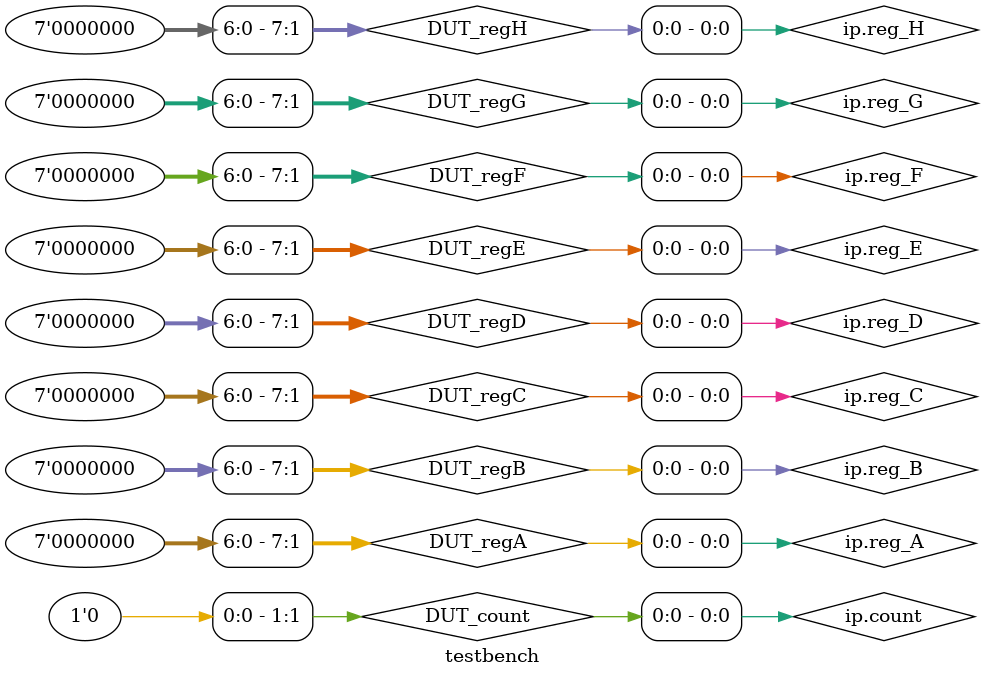
<source format=v>
module testbench();

wire  pclk, presetn, pwrite, psel, penable, pready, pslverr;
wire  [7:0] paddr, pwdata, prdata;
wire  [7:0] DUT_regA, DUT_regB, DUT_regC, DUT_regD, DUT_regE, DUT_regF, DUT_regG, DUT_regH;
wire  [1:0] DUT_count;
assign DUT_count= ip.count;
assign DUT_regA= ip.reg_A;
assign DUT_regB= ip.reg_B;
assign DUT_regC= ip.reg_C;
assign DUT_regD= ip.reg_D;
assign DUT_regE= ip.reg_E;
assign DUT_regF= ip.reg_F;
assign DUT_regG= ip.reg_G;
assign DUT_regH= ip.reg_H;
//encoder
/*
encoder enc_inst(
	.pclk(pclk),
	.preset_n(presetn),
	.pwrite(pwrite),
	.psel(psel),
	.penable(penable),
	.pready(pready),
	.paddr(paddr),
	.prdata(prdata),
	.pslverr(pslverr),
	.reg_A(reg_A),
	.reg_B(reg_B),
	.reg_C(reg_C),
	.reg_D(reg_D),
	.reg_E(reg_E),
	.reg_F(reg_F),
	.reg_G(reg_G),
	.reg_H(reg_H)

);
*/
//ip_core

ip_core ip(
	.pclk(pclk),
	.presetn(presetn),
	.psel(psel),
	.pwrite(pwrite),
	.penable(penable),
	.paddr(paddr),
	.pwdata(pwdata),
	.pready(pready),
	.pslverr(pslverr),
	.prdata(prdata)
);
//assign DUT_count=ip.count;
//assign DUT_regA= ip.reg_A;
//assign DUT_regB= ip.reg_B;
//assign DUT_regC= ip.reg_C;
//assign DUT_regD= ip.reg_D;
//assign DUT_regE= ip.reg_E;
//assign DUT_regF= ip.reg_F;
//assign DUT_regG= ip.reg_G;
//assign DUT_regH= ip.reg_H;


//decoder

//decoder dec_inst(
//	.pclk(pclk),
//	.preset_n(presetn),
//	.pwrite(pwrite),
//	.psel(psel),
//	.penable(penable),
//	.pready(pready),
//	.pslverr(pslverr),
//	.paddr(paddr),
//	.pwdata(pwdata),
//	.prdata(prdata)
//
//);

system_signal system(
	.pclk(pclk),
	.presetn(presetn)

);

cpu_model cpu(
	.cpu_clk(pclk),
	.cpu_rstn(presetn),
	.cpu_pready(pready),
	.cpu_pslverr(pslverr),
	.cpu_pwrite(pwrite),
	.cpu_psel(psel),
	.cpu_penable(penable),
	.cpu_pwdata(pwdata),
	.cpu_prdata(prdata),
	.cpu_paddr(paddr)
);



task result(input reg a);
begin
  if(a) begin
        $display("=========================");
        $display("========TEST_FAILED======");
        $display("=========================");
        end
  else  begin
        $display("=========================");
        $display("========TEST_PASSED======");
        $display("=========================");
        end

end
endtask

endmodule

</source>
